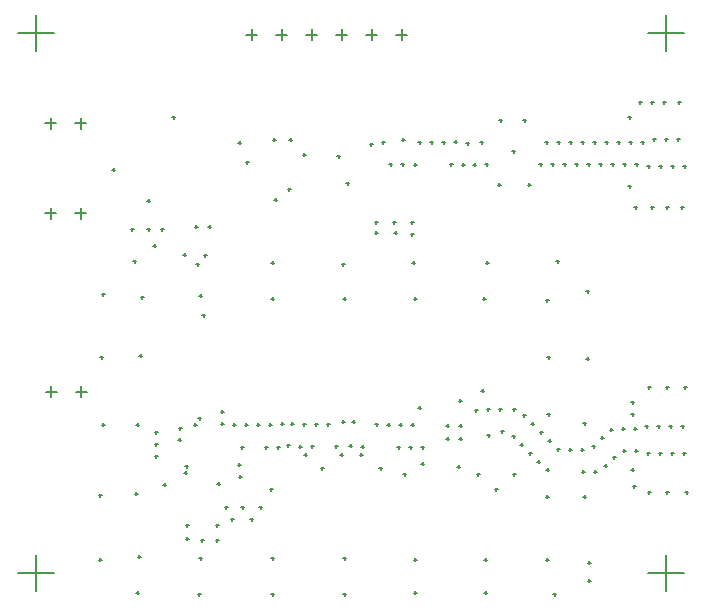
<source format=gbr>
%TF.GenerationSoftware,Altium Limited,Altium Designer,22.6.1 (34)*%
G04 Layer_Color=128*
%FSLAX26Y26*%
%MOIN*%
%TF.SameCoordinates,2B337168-DF0E-4336-AB3C-9C7F5D13073F*%
%TF.FilePolarity,Positive*%
%TF.FileFunction,Drillmap*%
%TF.Part,Single*%
G01*
G75*
%TA.AperFunction,NonConductor*%
%ADD43C,0.005000*%
D43*
X1134734Y1505000D02*
X1170167D01*
X1152450Y1487284D02*
Y1522716D01*
X1234734Y1505000D02*
X1270167D01*
X1252450Y1487284D02*
Y1522716D01*
X2302284Y2695000D02*
X2337716D01*
X2320000Y2677284D02*
Y2712716D01*
X2202284Y2695000D02*
X2237716D01*
X2220000Y2677284D02*
Y2712716D01*
X2102284Y2695000D02*
X2137716D01*
X2120000Y2677284D02*
Y2712716D01*
X2002284Y2695000D02*
X2037716D01*
X2020000Y2677284D02*
Y2712716D01*
X1902284Y2695000D02*
X1937716D01*
X1920000Y2677284D02*
Y2712716D01*
X1802284Y2695000D02*
X1837716D01*
X1820000Y2677284D02*
Y2712716D01*
X1132284Y2100000D02*
X1167716D01*
X1150000Y2082284D02*
Y2117716D01*
X1232284Y2100000D02*
X1267716D01*
X1250000Y2082284D02*
Y2117716D01*
X1132284Y2400000D02*
X1167716D01*
X1150000Y2382284D02*
Y2417716D01*
X1232284Y2400000D02*
X1267716D01*
X1250000Y2382284D02*
Y2417716D01*
X1040000Y2700000D02*
X1160000D01*
X1100000Y2640000D02*
Y2760000D01*
X1040000Y900000D02*
X1160000D01*
X1100000Y840000D02*
Y960000D01*
X3140000Y900000D02*
X3260000D01*
X3200000Y840000D02*
Y960000D01*
X3140000Y2700000D02*
X3260000D01*
X3200000Y2640000D02*
Y2760000D01*
X2600000Y1935000D02*
X2610000D01*
X2605000Y1930000D02*
Y1940000D01*
X2355000Y1935000D02*
X2365000D01*
X2360000Y1930000D02*
Y1940000D01*
X2120000Y1930000D02*
X2130000D01*
X2125000Y1925000D02*
Y1935000D01*
X1885000D02*
X1895000D01*
X1890000Y1930000D02*
Y1940000D01*
X1635000Y1930000D02*
X1645000D01*
X1640000Y1925000D02*
Y1935000D01*
X1425000Y1940000D02*
X1435000D01*
X1430000Y1935000D02*
Y1945000D01*
X1320000Y1830000D02*
X1330000D01*
X1325000Y1825000D02*
Y1835000D01*
X1315000Y1620000D02*
X1325000D01*
X1320000Y1615000D02*
Y1625000D01*
Y1395000D02*
X1330000D01*
X1325000Y1390000D02*
Y1400000D01*
X1310000Y1160000D02*
X1320000D01*
X1315000Y1155000D02*
Y1165000D01*
X1310000Y945000D02*
X1320000D01*
X1315000Y940000D02*
Y950000D01*
X1435000Y835000D02*
X1445000D01*
X1440000Y830000D02*
Y840000D01*
X1640000Y830000D02*
X1650000D01*
X1645000Y825000D02*
Y835000D01*
X1885000Y830000D02*
X1895000D01*
X1890000Y825000D02*
Y835000D01*
X2125000Y830000D02*
X2135000D01*
X2130000Y825000D02*
Y835000D01*
X2360000D02*
X2370000D01*
X2365000Y830000D02*
Y840000D01*
X2595000Y835000D02*
X2605000D01*
X2600000Y830000D02*
Y840000D01*
X2825000Y830000D02*
X2835000D01*
X2830000Y825000D02*
Y835000D01*
X2940000Y875000D02*
X2950000D01*
X2945000Y870000D02*
Y880000D01*
X2940000Y935000D02*
X2950000D01*
X2945000Y930000D02*
Y940000D01*
X2925000Y1155000D02*
X2935000D01*
X2930000Y1150000D02*
Y1160000D01*
X2925000Y1400000D02*
X2935000D01*
X2930000Y1395000D02*
Y1405000D01*
X2935000Y1615000D02*
X2945000D01*
X2940000Y1610000D02*
Y1620000D01*
X2935000Y1840000D02*
X2945000D01*
X2940000Y1835000D02*
Y1845000D01*
X2835000Y1940000D02*
X2845000D01*
X2840000Y1935000D02*
Y1945000D01*
X2595000Y945000D02*
X2605000D01*
X2600000Y940000D02*
Y950000D01*
X2360000Y945000D02*
X2370000D01*
X2365000Y940000D02*
Y950000D01*
X2125000D02*
X2135000D01*
X2130000Y945000D02*
Y955000D01*
X1885000Y950000D02*
X1895000D01*
X1890000Y945000D02*
Y955000D01*
X1645000Y950000D02*
X1655000D01*
X1650000Y945000D02*
Y955000D01*
X1440000D02*
X1450000D01*
X1445000Y950000D02*
Y960000D01*
X1430000Y1165000D02*
X1440000D01*
X1435000Y1160000D02*
Y1170000D01*
Y1395000D02*
X1445000D01*
X1440000Y1390000D02*
Y1400000D01*
X1445000Y1625000D02*
X1455000D01*
X1450000Y1620000D02*
Y1630000D01*
Y1820000D02*
X1460000D01*
X1455000Y1815000D02*
Y1825000D01*
X1645000D02*
X1655000D01*
X1650000Y1820000D02*
Y1830000D01*
X1885000Y1815000D02*
X1895000D01*
X1890000Y1810000D02*
Y1820000D01*
X2125000Y1815000D02*
X2135000D01*
X2130000Y1810000D02*
Y1820000D01*
X2360000Y1815000D02*
X2370000D01*
X2365000Y1810000D02*
Y1820000D01*
X2590000Y1815000D02*
X2600000D01*
X2595000Y1810000D02*
Y1820000D01*
X2805000Y1620000D02*
X2815000D01*
X2810000Y1615000D02*
Y1625000D01*
X2805000Y1430000D02*
X2815000D01*
X2810000Y1425000D02*
Y1435000D01*
X2800000Y1155000D02*
X2810000D01*
X2805000Y1150000D02*
Y1160000D01*
X2800000Y945000D02*
X2810000D01*
X2805000Y940000D02*
Y950000D01*
X2800000Y1810000D02*
X2810000D01*
X2805000Y1805000D02*
Y1815000D01*
X2570000Y1230000D02*
X2580000D01*
X2575000Y1225000D02*
Y1235000D01*
X2690000Y1230000D02*
X2700000D01*
X2695000Y1225000D02*
Y1235000D01*
X2630000Y1180000D02*
X2640000D01*
X2635000Y1175000D02*
Y1185000D01*
X1496892Y1369761D02*
X1506892D01*
X1501892Y1364761D02*
Y1374761D01*
X1497785Y1329771D02*
X1507785D01*
X1502785Y1324771D02*
Y1334771D01*
X1496892Y1289781D02*
X1506892D01*
X1501892Y1284781D02*
Y1294781D01*
X1598958Y1256096D02*
X1608958D01*
X1603958Y1251096D02*
Y1261096D01*
X1577502Y1383973D02*
X1587502D01*
X1582502Y1378973D02*
Y1388973D01*
X1575325Y1344033D02*
X1585325D01*
X1580325Y1339033D02*
Y1349033D01*
X1705458Y1197785D02*
X1715458D01*
X1710458Y1192785D02*
Y1202785D01*
X1778108Y1221569D02*
X1788108D01*
X1783108Y1216569D02*
Y1226569D01*
X1774641Y1261418D02*
X1784641D01*
X1779641Y1256418D02*
Y1266418D01*
X1627142Y1394074D02*
X1637142D01*
X1632142Y1389074D02*
Y1399074D01*
X1641568Y1416061D02*
X1651568D01*
X1646568Y1411061D02*
Y1421061D01*
X1783933Y1320344D02*
X1793933D01*
X1788933Y1315344D02*
Y1325344D01*
X1863933Y1320344D02*
X1873933D01*
X1868933Y1315344D02*
Y1325344D01*
X1903933Y1320344D02*
X1913933D01*
X1908933Y1315344D02*
Y1325344D01*
X1916668Y1398108D02*
X1926668D01*
X1921668Y1393108D02*
Y1403108D01*
X1876807Y1394774D02*
X1886807D01*
X1881807Y1389774D02*
Y1399774D01*
X1836807Y1394774D02*
X1846807D01*
X1841807Y1389774D02*
Y1399774D01*
X1796807Y1394774D02*
X1806807D01*
X1801807Y1389774D02*
Y1399774D01*
X1756807Y1394774D02*
X1766807D01*
X1761807Y1389774D02*
Y1399774D01*
X1716975Y1398435D02*
X1726975D01*
X1721975Y1393435D02*
Y1403435D01*
X1717551Y1438431D02*
X1727551D01*
X1722551Y1433431D02*
Y1443431D01*
X2071288Y1397215D02*
X2081288D01*
X2076288Y1392215D02*
Y1402215D01*
X2031288Y1397215D02*
X2041288D01*
X2036288Y1392215D02*
Y1402215D01*
X1991288Y1397215D02*
X2001288D01*
X1996288Y1392215D02*
Y1402215D01*
X1951298Y1398108D02*
X1961298D01*
X1956298Y1393108D02*
Y1403108D01*
X1937424Y1326212D02*
X1947424D01*
X1942424Y1321212D02*
Y1331212D01*
X1977190Y1321892D02*
X1987190D01*
X1982190Y1316892D02*
Y1326892D01*
X2017180Y1322785D02*
X2027180D01*
X2022180Y1317785D02*
Y1327785D01*
X2097133Y1322785D02*
X2107133D01*
X2102133Y1317785D02*
Y1327785D01*
X2120000Y1405000D02*
X2130000D01*
X2125000Y1400000D02*
Y1410000D01*
X2145981Y1325466D02*
X2155981D01*
X2150981Y1320466D02*
Y1330466D01*
X2185820Y1321892D02*
X2195820D01*
X2190820Y1316892D02*
Y1326892D01*
X2305742Y1320344D02*
X2315742D01*
X2310742Y1315344D02*
Y1325344D01*
X2345742Y1320344D02*
X2355742D01*
X2350742Y1315344D02*
Y1325344D01*
X2385742Y1320344D02*
X2395742D01*
X2390742Y1315344D02*
Y1325344D01*
X2352723Y1394774D02*
X2362723D01*
X2357723Y1389774D02*
Y1399774D01*
X2312723Y1394774D02*
X2322723D01*
X2317723Y1389774D02*
Y1399774D01*
X2272723Y1394774D02*
X2282723D01*
X2277723Y1389774D02*
Y1399774D01*
X2232798Y1397215D02*
X2242798D01*
X2237798Y1392215D02*
Y1402215D01*
X2155000Y1405000D02*
X2165000D01*
X2160000Y1400000D02*
Y1410000D01*
X2644407Y1447215D02*
X2654407D01*
X2649407Y1442215D02*
Y1452215D01*
X2604407Y1447215D02*
X2614407D01*
X2609407Y1442215D02*
Y1452215D01*
X2564647Y1442840D02*
X2574647D01*
X2569647Y1437840D02*
Y1447840D01*
X2651363Y1372785D02*
X2661363D01*
X2656363Y1367785D02*
Y1377785D01*
X2688164Y1357111D02*
X2698164D01*
X2693164Y1352111D02*
Y1362111D01*
X2716448Y1328827D02*
X2726448D01*
X2721448Y1323827D02*
Y1333827D01*
X2744733Y1300543D02*
X2754733D01*
X2749733Y1295543D02*
Y1305543D01*
X2773017Y1272259D02*
X2783017D01*
X2778017Y1267259D02*
Y1277259D01*
X2801947Y1244635D02*
X2811947D01*
X2806947Y1239635D02*
Y1249635D01*
X2921356Y1237785D02*
X2931356D01*
X2926356Y1232785D02*
Y1242785D01*
X2961356Y1237897D02*
X2971356D01*
X2966356Y1232897D02*
Y1242897D01*
X2996115Y1257691D02*
X3006115D01*
X3001115Y1252691D02*
Y1262691D01*
X3024399Y1285975D02*
X3034399D01*
X3029399Y1280975D02*
Y1290975D01*
X3057930Y1307785D02*
X3067930D01*
X3062930Y1302785D02*
Y1312785D01*
X3097930Y1307785D02*
X3107930D01*
X3102930Y1302785D02*
Y1312785D01*
X3137165Y1300000D02*
X3147165D01*
X3142165Y1295000D02*
Y1305000D01*
X3177163Y1299608D02*
X3187163D01*
X3182163Y1294608D02*
Y1304608D01*
X3217163Y1299608D02*
X3227163D01*
X3222163Y1294608D02*
Y1304608D01*
X3257163Y1299608D02*
X3267163D01*
X3262163Y1294608D02*
Y1304608D01*
X3253030Y1390392D02*
X3263030D01*
X3258030Y1385392D02*
Y1395392D01*
X3213030Y1390392D02*
X3223030D01*
X3218030Y1385392D02*
Y1395392D01*
X3173030Y1390392D02*
X3183030D01*
X3178030Y1385392D02*
Y1395392D01*
X3133049Y1389181D02*
X3143049D01*
X3138049Y1384181D02*
Y1394181D01*
X3093660Y1382215D02*
X3103660D01*
X3098660Y1377215D02*
Y1387215D01*
X3053660Y1382215D02*
X3063660D01*
X3058660Y1377215D02*
Y1387215D01*
X3013898Y1377859D02*
X3023898D01*
X3018898Y1372859D02*
Y1382859D01*
X2984212Y1351049D02*
X2994212D01*
X2989212Y1346049D02*
Y1356049D01*
X2955928Y1322765D02*
X2965928D01*
X2960928Y1317765D02*
Y1327765D01*
X2917344Y1312215D02*
X2927344D01*
X2922344Y1307215D02*
Y1317215D01*
X2877344Y1312215D02*
X2887344D01*
X2882344Y1307215D02*
Y1317215D01*
X2837356Y1313180D02*
X2847356D01*
X2842356Y1308180D02*
Y1318180D01*
X2809072Y1341464D02*
X2819072D01*
X2814072Y1336464D02*
Y1346464D01*
X2780787Y1369748D02*
X2790787D01*
X2785787Y1364748D02*
Y1374748D01*
X2752503Y1398033D02*
X2762503D01*
X2757503Y1393033D02*
Y1403033D01*
X2724219Y1426317D02*
X2734219D01*
X2729219Y1421317D02*
Y1431317D01*
X2689875Y1446823D02*
X2699875D01*
X2694875Y1441823D02*
Y1451823D01*
X3237734Y2346612D02*
X3247734D01*
X3242734Y2341612D02*
Y2351612D01*
X3197734Y2346612D02*
X3207734D01*
X3202734Y2341612D02*
Y2351612D01*
X3157734Y2346612D02*
X3167734D01*
X3162734Y2341612D02*
Y2351612D01*
X3118853Y2337215D02*
X3128853D01*
X3123853Y2332215D02*
Y2342215D01*
X3078853Y2337215D02*
X3088853D01*
X3083853Y2332215D02*
Y2342215D01*
X3038853Y2337215D02*
X3048853D01*
X3043853Y2332215D02*
Y2342215D01*
X2998853Y2337215D02*
X3008853D01*
X3003853Y2332215D02*
Y2342215D01*
X2958853Y2337215D02*
X2968853D01*
X2963853Y2332215D02*
Y2342215D01*
X2918853Y2337215D02*
X2928853D01*
X2923853Y2332215D02*
Y2342215D01*
X2878853Y2337215D02*
X2888853D01*
X2883853Y2332215D02*
Y2342215D01*
X2838853Y2337215D02*
X2848853D01*
X2843853Y2332215D02*
Y2342215D01*
X2798853Y2337215D02*
X2808853D01*
X2803853Y2332215D02*
Y2342215D01*
X2778992Y2262785D02*
X2788992D01*
X2783992Y2257785D02*
Y2267785D01*
X2818992Y2262785D02*
X2828992D01*
X2823992Y2257785D02*
Y2267785D01*
X2858992Y2262785D02*
X2868992D01*
X2863992Y2257785D02*
Y2267785D01*
X2898992Y2262785D02*
X2908992D01*
X2903992Y2257785D02*
Y2267785D01*
X2938992Y2262785D02*
X2948992D01*
X2943992Y2257785D02*
Y2267785D01*
X2978992Y2262785D02*
X2988992D01*
X2983992Y2257785D02*
Y2267785D01*
X3018992Y2262785D02*
X3028992D01*
X3023992Y2257785D02*
Y2267785D01*
X3058992Y2262785D02*
X3068992D01*
X3063992Y2257785D02*
Y2267785D01*
X3098992Y2262785D02*
X3108992D01*
X3103992Y2257785D02*
Y2267785D01*
X3138382Y2255829D02*
X3148382D01*
X3143382Y2250829D02*
Y2260829D01*
X3178382Y2255829D02*
X3188382D01*
X3183382Y2250829D02*
Y2260829D01*
X3218382Y2255829D02*
X3228382D01*
X3223382Y2250829D02*
Y2260829D01*
X3258382Y2255829D02*
X3268382D01*
X3263382Y2250829D02*
Y2260829D01*
X1700000Y1060000D02*
X1710000D01*
X1705000Y1055000D02*
Y1065000D01*
X1525000Y1195000D02*
X1535000D01*
X1530000Y1190000D02*
Y1200000D01*
X1595000Y1235000D02*
X1605000D01*
X1600000Y1230000D02*
Y1240000D01*
Y1015000D02*
X1610000D01*
X1605000Y1010000D02*
Y1020000D01*
X1600000Y1060000D02*
X1610000D01*
X1605000Y1055000D02*
Y1065000D01*
X1650000Y1010000D02*
X1660000D01*
X1655000Y1005000D02*
Y1015000D01*
X1700000Y1010000D02*
X1710000D01*
X1705000Y1005000D02*
Y1015000D01*
X1750000Y1080000D02*
X1760000D01*
X1755000Y1075000D02*
Y1085000D01*
X1815000Y1080000D02*
X1825000D01*
X1820000Y1075000D02*
Y1085000D01*
X1730000Y1120000D02*
X1740000D01*
X1735000Y1115000D02*
Y1125000D01*
X1845000Y1120000D02*
X1855000D01*
X1850000Y1115000D02*
Y1125000D01*
X1785000Y1120000D02*
X1795000D01*
X1790000Y1115000D02*
Y1125000D01*
X1880000Y1180000D02*
X1890000D01*
X1885000Y1175000D02*
Y1185000D01*
X2050000Y1250000D02*
X2060000D01*
X2055000Y1245000D02*
Y1255000D01*
X2245000Y1250000D02*
X2255000D01*
X2250000Y1245000D02*
Y1255000D01*
X1995000Y1295000D02*
X2005000D01*
X2000000Y1290000D02*
Y1300000D01*
X2115000Y1295000D02*
X2125000D01*
X2120000Y1290000D02*
Y1300000D01*
X2180000Y1295000D02*
X2190000D01*
X2185000Y1290000D02*
Y1300000D01*
X1655000Y1760000D02*
X1665000D01*
X1660000Y1755000D02*
Y1765000D01*
X2325000Y1230000D02*
X2335000D01*
X2330000Y1225000D02*
Y1235000D01*
X2374882Y1451653D02*
X2384882D01*
X2379882Y1446653D02*
Y1456653D01*
X2385000Y1265000D02*
X2395000D01*
X2390000Y1260000D02*
Y1270000D01*
X2511653Y1348347D02*
X2521653D01*
X2516653Y1343347D02*
Y1353347D01*
X2468346Y1348347D02*
X2478346D01*
X2473346Y1343347D02*
Y1353347D01*
X2511653Y1391654D02*
X2521653D01*
X2516653Y1386654D02*
Y1396654D01*
X2468346Y1391654D02*
X2478346D01*
X2473346Y1386654D02*
Y1396654D01*
X2505000Y1255000D02*
X2515000D01*
X2510000Y1250000D02*
Y1260000D01*
Y1475000D02*
X2520000D01*
X2515000Y1470000D02*
Y1480000D01*
X3200000Y1170000D02*
X3210000D01*
X3205000Y1165000D02*
Y1175000D01*
X3140000Y1170000D02*
X3150000D01*
X3145000Y1165000D02*
Y1175000D01*
X3265000Y1170000D02*
X3275000D01*
X3270000Y1165000D02*
Y1175000D01*
X3090000Y1190000D02*
X3100000D01*
X3095000Y1185000D02*
Y1195000D01*
X3085000Y1245000D02*
X3095000D01*
X3090000Y1240000D02*
Y1250000D01*
X2605000Y1360000D02*
X2615000D01*
X2610000Y1355000D02*
Y1365000D01*
X3085000Y1430000D02*
X3095000D01*
X3090000Y1425000D02*
Y1435000D01*
X3085000Y1470000D02*
X3095000D01*
X3090000Y1465000D02*
Y1475000D01*
X2585028Y1507956D02*
X2595028D01*
X2590028Y1502956D02*
Y1512956D01*
X3140000Y1520000D02*
X3150000D01*
X3145000Y1515000D02*
Y1525000D01*
X3200000Y1520000D02*
X3210000D01*
X3205000Y1515000D02*
Y1525000D01*
X3260000Y1520000D02*
X3270000D01*
X3265000Y1515000D02*
Y1525000D01*
X1775000Y2335000D02*
X1785000D01*
X1780000Y2330000D02*
Y2340000D01*
X1990000Y2295000D02*
X2000000D01*
X1995000Y2290000D02*
Y2300000D01*
X1940000Y2180000D02*
X1950000D01*
X1945000Y2175000D02*
Y2185000D01*
X1890000Y2345000D02*
X1900000D01*
X1895000Y2340000D02*
Y2350000D01*
X1555000Y2420000D02*
X1565000D01*
X1560000Y2415000D02*
Y2425000D01*
X1492729Y1990692D02*
X1502729D01*
X1497729Y1985692D02*
Y1995692D01*
X1592729Y1960692D02*
X1602729D01*
X1597729Y1955692D02*
Y1965692D01*
X1417729Y2045692D02*
X1427729D01*
X1422729Y2040692D02*
Y2050692D01*
X1472729Y2140692D02*
X1482729D01*
X1477729Y2135692D02*
Y2145692D01*
X1472729Y2045692D02*
X1482729D01*
X1477729Y2040692D02*
Y2050692D01*
X1517729Y2045692D02*
X1527729D01*
X1522729Y2040692D02*
Y2050692D01*
X1800000Y2270000D02*
X1810000D01*
X1805000Y2265000D02*
Y2275000D01*
X1895000Y2145000D02*
X1905000D01*
X1900000Y2140000D02*
Y2150000D01*
X1945000Y2345000D02*
X1955000D01*
X1950000Y2340000D02*
Y2350000D01*
X1660000Y1960000D02*
X1670000D01*
X1665000Y1955000D02*
Y1965000D01*
X1630000Y2055000D02*
X1640000D01*
X1635000Y2050000D02*
Y2060000D01*
X3075000Y2420000D02*
X3085000D01*
X3080000Y2415000D02*
Y2425000D01*
X3075000Y2190000D02*
X3085000D01*
X3080000Y2185000D02*
Y2195000D01*
X3095000Y2120000D02*
X3105000D01*
X3100000Y2115000D02*
Y2125000D01*
X3150000Y2120000D02*
X3160000D01*
X3155000Y2115000D02*
Y2125000D01*
X3200000Y2120000D02*
X3210000D01*
X3205000Y2115000D02*
Y2125000D01*
X3250000Y2120000D02*
X3260000D01*
X3255000Y2115000D02*
Y2125000D01*
X3150000Y2470000D02*
X3160000D01*
X3155000Y2465000D02*
Y2475000D01*
X3240000Y2470000D02*
X3250000D01*
X3245000Y2465000D02*
Y2475000D01*
X3190000Y2470000D02*
X3200000D01*
X3195000Y2465000D02*
Y2475000D01*
X3110000Y2470000D02*
X3120000D01*
X3115000Y2465000D02*
Y2475000D01*
X2725000Y2410000D02*
X2735000D01*
X2730000Y2405000D02*
Y2415000D01*
X2645000Y2410000D02*
X2655000D01*
X2650000Y2405000D02*
Y2415000D01*
X2640000Y2195000D02*
X2650000D01*
X2645000Y2190000D02*
Y2200000D01*
X2740000Y2195000D02*
X2750000D01*
X2745000Y2190000D02*
Y2200000D01*
X2230000Y2035000D02*
X2240000D01*
X2235000Y2030000D02*
Y2040000D01*
X2295000Y2035000D02*
X2305000D01*
X2300000Y2030000D02*
Y2040000D01*
X2350000Y2030000D02*
X2360000D01*
X2355000Y2025000D02*
Y2035000D01*
X2350000Y2070000D02*
X2360000D01*
X2355000Y2065000D02*
Y2075000D01*
X2290000Y2070000D02*
X2300000D01*
X2295000Y2065000D02*
Y2075000D01*
X2230000Y2070000D02*
X2240000D01*
X2235000Y2065000D02*
Y2075000D01*
X1675000Y2055000D02*
X1685000D01*
X1680000Y2050000D02*
Y2060000D01*
X2253149Y2337215D02*
X2263149D01*
X2258149Y2332215D02*
Y2342215D01*
X2213771Y2330185D02*
X2223771D01*
X2218771Y2325185D02*
Y2335185D01*
X2279692Y2262785D02*
X2289692D01*
X2284692Y2257785D02*
Y2267785D01*
X2319692Y2262676D02*
X2329692D01*
X2324692Y2257676D02*
Y2267676D01*
X2320000Y2345000D02*
X2330000D01*
X2325000Y2340000D02*
Y2350000D01*
X2559223Y2261892D02*
X2569223D01*
X2564223Y2256892D02*
Y2266892D01*
X2599213Y2262785D02*
X2609213D01*
X2604213Y2257785D02*
Y2267785D01*
X2688738Y2305897D02*
X2698738D01*
X2693738Y2300897D02*
Y2310897D01*
X2582798Y2337215D02*
X2592798D01*
X2587798Y2332215D02*
Y2342215D01*
X2361359Y2261892D02*
X2371359D01*
X2366359Y2256892D02*
Y2266892D01*
X2481303Y2262785D02*
X2491303D01*
X2486303Y2257785D02*
Y2267785D01*
X2521293Y2261892D02*
X2531293D01*
X2526293Y2256892D02*
Y2266892D01*
X2535115Y2333802D02*
X2545115D01*
X2540115Y2328802D02*
Y2338802D01*
X2495347Y2338108D02*
X2505347D01*
X2500347Y2333108D02*
Y2343108D01*
X2455357Y2337215D02*
X2465357D01*
X2460357Y2332215D02*
Y2342215D01*
X2415357Y2337215D02*
X2425357D01*
X2420357Y2332215D02*
Y2342215D01*
X2375357Y2337215D02*
X2385357D01*
X2380357Y2332215D02*
Y2342215D01*
X2105000Y2290000D02*
X2115000D01*
X2110000Y2285000D02*
Y2295000D01*
X2135000Y2200000D02*
X2145000D01*
X2140000Y2195000D02*
Y2205000D01*
X1355000Y2245000D02*
X1365000D01*
X1360000Y2240000D02*
Y2250000D01*
%TF.MD5,c7c173dce93a4b895e9b7b8d08a0e776*%
M02*

</source>
